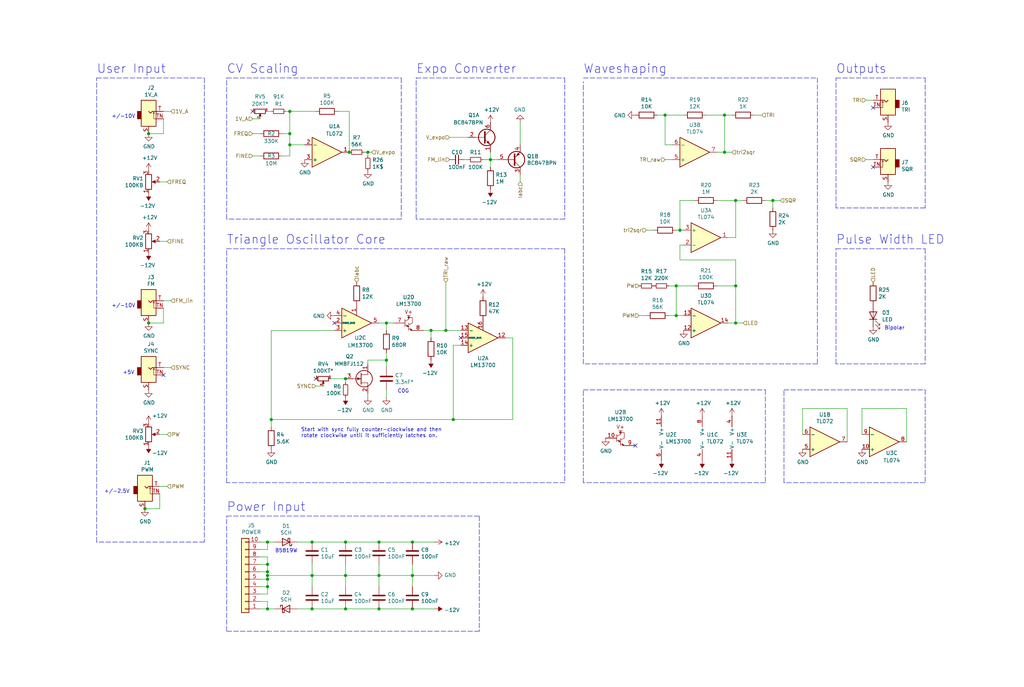
<source format=kicad_sch>
(kicad_sch (version 20211123) (generator eeschema)
  (paper "User" 350.012 235.001)
  (lib_symbols
    (symbol "Amplifier_Operational:TL072" (pin_names (offset 0.127))
      (property "Reference" "U" (at 0 5.08 0))
      (property "Value" "TL072" (at 0 -5.08 0))
      (symbol "TL072_1_1"
        (pin output line (at 7.62 0 180) (length 2.54) (name "~") (number "1"))
        (pin input line (at -7.62 -2.54 0) (length 2.54) (name "-") (number "2"))
        (pin input line (at -7.62 2.54 0) (length 2.54) (name "+") (number "3"))
      )
      (symbol "TL072_2_1"
        (pin input line (at -7.62 2.54 0) (length 2.54) (name "+") (number "5"))
        (pin input line (at -7.62 -2.54 0) (length 2.54) (name "-") (number "6"))
        (pin output line (at 7.62 0 180) (length 2.54) (name "~") (number "7"))
      )
      (symbol "TL072_3_1"
        (pin power_in line (at -2.54 -7.62 90) (length 3.81) (name "V-") (number "4"))
        (pin power_in line (at -2.54 7.62 270) (length 3.81) (name "V+") (number "8"))
      )
    )
    (symbol "Amplifier_Operational:TL074" (pin_names (offset 0.127))
      (property "Reference" "U" (at 0 5.08 0))
      (property "Value" "TL074" (at 0 -5.08 0))
      (symbol "TL074_1_1"
        (pin output line (at 7.62 0 180) (length 2.54) (name "~") (number "1"))
        (pin input line (at -7.62 -2.54 0) (length 2.54) (name "-") (number "2"))
        (pin input line (at -7.62 2.54 0) (length 2.54) (name "+") (number "3"))
      )
      (symbol "TL074_2_1"
        (pin input line (at -7.62 2.54 0) (length 2.54) (name "+") (number "5"))
        (pin input line (at -7.62 -2.54 0) (length 2.54) (name "-") (number "6"))
        (pin output line (at 7.62 0 180) (length 2.54) (name "~") (number "7"))
      )
      (symbol "TL074_3_1"
        (pin input line (at -7.62 2.54 0) (length 2.54) (name "+") (number "10"))
        (pin output line (at 7.62 0 180) (length 2.54) (name "~") (number "8"))
        (pin input line (at -7.62 -2.54 0) (length 2.54) (name "-") (number "9"))
      )
      (symbol "TL074_4_1"
        (pin input line (at -7.62 2.54 0) (length 2.54) (name "+") (number "12"))
        (pin input line (at -7.62 -2.54 0) (length 2.54) (name "-") (number "13"))
        (pin output line (at 7.62 0 180) (length 2.54) (name "~") (number "14"))
      )
      (symbol "TL074_5_1"
        (pin power_in line (at -2.54 -7.62 90) (length 3.81) (name "V-") (number "11"))
        (pin power_in line (at -2.54 7.62 270) (length 3.81) (name "V+") (number "4"))
      )
    )
    (symbol "Connector_Generic:Conn_01x10" (pin_names (offset 1.016) hide)
      (property "Reference" "J" (at 0 12.7 0))
      (property "Value" "Conn_01x10" (at 0 -15.24 0))
      (symbol "Conn_01x10_1_1"
        (pin passive line (at -5.08 10.16 0) (length 3.81) (name "Pin_1") (number "1"))
        (pin passive line (at -5.08 -12.7 0) (length 3.81) (name "Pin_10") (number "10"))
        (pin passive line (at -5.08 7.62 0) (length 3.81) (name "Pin_2") (number "2"))
        (pin passive line (at -5.08 5.08 0) (length 3.81) (name "Pin_3") (number "3"))
        (pin passive line (at -5.08 2.54 0) (length 3.81) (name "Pin_4") (number "4"))
        (pin passive line (at -5.08 0 0) (length 3.81) (name "Pin_5") (number "5"))
        (pin passive line (at -5.08 -2.54 0) (length 3.81) (name "Pin_6") (number "6"))
        (pin passive line (at -5.08 -5.08 0) (length 3.81) (name "Pin_7") (number "7"))
        (pin passive line (at -5.08 -7.62 0) (length 3.81) (name "Pin_8") (number "8"))
        (pin passive line (at -5.08 -10.16 0) (length 3.81) (name "Pin_9") (number "9"))
      )
    )
    (symbol "Device:C" (pin_numbers hide) (pin_names (offset 0.254))
      (property "Reference" "C" (at 0.635 2.54 0))
      (property "Value" "C" (at 0.635 -2.54 0))
      (symbol "C_1_1"
        (pin passive line (at 0 3.81 270) (length 2.794) (name "~") (number "1"))
        (pin passive line (at 0 -3.81 90) (length 2.794) (name "~") (number "2"))
      )
    )
    (symbol "Device:C_Small" (pin_numbers hide) (pin_names (offset 0.254) hide)
      (property "Reference" "C" (at 0.254 1.778 0))
      (property "Value" "C_Small" (at 0.254 -2.032 0))
      (symbol "C_Small_1_1"
        (pin passive line (at 0 2.54 270) (length 2.032) (name "~") (number "1"))
        (pin passive line (at 0 -2.54 90) (length 2.032) (name "~") (number "2"))
      )
    )
    (symbol "Device:D_Schottky" (pin_numbers hide) (pin_names (offset 1.016) hide)
      (property "Reference" "D" (at 0 2.54 0))
      (property "Value" "D_Schottky" (at 0 -2.54 0))
      (symbol "D_Schottky_1_1"
        (pin passive line (at -3.81 0 0) (length 2.54) (name "K") (number "1"))
        (pin passive line (at 3.81 0 180) (length 2.54) (name "A") (number "2"))
      )
    )
    (symbol "Device:LED" (pin_numbers hide) (pin_names (offset 1.016) hide)
      (property "Reference" "D" (at 0 2.54 0))
      (property "Value" "LED" (at 0 -2.54 0))
      (symbol "LED_1_1"
        (pin passive line (at -3.81 0 0) (length 2.54) (name "K") (number "1"))
        (pin passive line (at 3.81 0 180) (length 2.54) (name "A") (number "2"))
      )
    )
    (symbol "Device:Q_DUAL_NPN_PNP_E1B1C2E2B2C1" (pin_names (offset 0) hide)
      (property "Reference" "Q" (at 5.08 1.27 0))
      (property "Value" "Device_Q_DUAL_NPN_PNP_E1B1C2E2B2C1" (at 5.08 -1.27 0))
      (symbol "Q_DUAL_NPN_PNP_E1B1C2E2B2C1_1_1"
        (pin passive line (at 2.54 -5.08 90) (length 2.54) (name "E1") (number "1"))
        (pin input line (at -5.08 0 0) (length 2.54) (name "B1") (number "2"))
        (pin passive line (at 2.54 5.08 270) (length 2.54) (name "C1") (number "6"))
      )
      (symbol "Q_DUAL_NPN_PNP_E1B1C2E2B2C1_2_1"
        (pin passive line (at 2.54 5.08 270) (length 2.54) (name "C2") (number "3"))
        (pin passive line (at 2.54 -5.08 90) (length 2.54) (name "E2") (number "4"))
        (pin input line (at -5.08 0 0) (length 2.54) (name "B2") (number "5"))
      )
    )
    (symbol "Device:R" (pin_numbers hide) (pin_names (offset 0))
      (property "Reference" "R" (at 2.032 0 90))
      (property "Value" "R" (at 0 0 90))
      (symbol "R_1_1"
        (pin passive line (at 0 3.81 270) (length 1.27) (name "~") (number "1"))
        (pin passive line (at 0 -3.81 90) (length 1.27) (name "~") (number "2"))
      )
    )
    (symbol "Device:R_POT" (pin_names (offset 1.016) hide)
      (property "Reference" "RV" (at -4.445 0 90))
      (property "Value" "Device_R_POT" (at -2.54 0 90))
      (symbol "R_POT_1_1"
        (pin passive line (at 0 3.81 270) (length 1.27) (name "1") (number "1"))
        (pin passive line (at 3.81 0 180) (length 1.27) (name "2") (number "2"))
        (pin passive line (at 0 -3.81 90) (length 1.27) (name "3") (number "3"))
      )
    )
    (symbol "Device:R_POT_Small" (pin_names (offset 1.016) hide)
      (property "Reference" "RV" (at -4.445 0 90))
      (property "Value" "Device_R_POT_Small" (at -2.54 0 90))
      (symbol "R_POT_Small_1_1"
        (pin passive line (at 0 2.54 270) (length 0.635) (name "1") (number "1"))
        (pin passive line (at 2.54 0 180) (length 0.9906) (name "2") (number "2"))
        (pin passive line (at 0 -2.54 90) (length 0.635) (name "3") (number "3"))
      )
    )
    (symbol "Device:R_Small" (pin_numbers hide) (pin_names (offset 0.254) hide)
      (property "Reference" "R" (at 0.762 0.508 0))
      (property "Value" "R_Small" (at 0.762 -1.016 0))
      (symbol "R_Small_1_1"
        (pin passive line (at 0 2.54 270) (length 0.762) (name "~") (number "1"))
        (pin passive line (at 0 -2.54 90) (length 0.762) (name "~") (number "2"))
      )
    )
    (symbol "Transistor_FET:MMBFJ112" (pin_names hide)
      (property "Reference" "Q" (at 5.08 1.905 0))
      (property "Value" "MMBFJ112" (at 5.08 0 0))
      (symbol "MMBFJ112_1_1"
        (pin passive line (at 2.54 5.08 270) (length 2.54) (name "D") (number "1"))
        (pin passive line (at 2.54 -5.08 90) (length 2.54) (name "S") (number "2"))
        (pin input line (at -5.08 0 0) (length 2.54) (name "G") (number "3"))
      )
    )
    (symbol "power:+12V" (power) (pin_names (offset 0))
      (property "Value" "+12V" (at 0 3.556 0))
      (symbol "+12V_1_1"
        (pin power_in line (at 0 0 90) (length 0) hide (name "+12V") (number "1"))
      )
    )
    (symbol "power:-12V" (power) (pin_names (offset 0))
      (property "Value" "-12V" (at 0 3.81 0))
      (symbol "-12V_0_0"
        (pin power_in line (at 0 0 90) (length 0) hide (name "-12V") (number "1"))
      )
    )
    (symbol "power:GND" (power) (pin_names (offset 0))
      (property "Value" "GND" (at 0 -3.81 0))
      (symbol "GND_1_1"
        (pin power_in line (at 0 0 270) (length 0) hide (name "GND") (number "1"))
      )
    )
    (symbol "user-symbols:AudioJack2_PJ301M-12"
      (property "Reference" "J" (at 0 8.89 0))
      (property "Value" "AudioJack2_PJ301M-12" (at 0 6.35 0))
      (symbol "AudioJack2_PJ301M-12_1_1"
        (pin passive line (at 0 -7.62 90) (length 2.54) (name "~") (number "S"))
        (pin passive line (at 5.08 0 180) (length 2.54) (name "~") (number "T"))
        (pin passive line (at 5.08 -2.54 180) (length 2.54) (name "~") (number "TN"))
      )
    )
    (symbol "user-symbols:LM13700_Alt2" (pin_names (offset 0.127))
      (property "Reference" "U" (at 3.81 5.08 0))
      (property "Value" "LM13700_Alt2" (at 7.62 -5.08 0))
      (symbol "LM13700_Alt2_1_1"
        (pin output line (at 7.62 0 180) (length 2.54) (name "~") (number "12"))
        (pin input line (at -7.62 2.54 0) (length 2.54) (name "-") (number "13"))
        (pin input line (at -7.62 -2.54 0) (length 2.54) (name "+") (number "14"))
        (pin input line (at -7.62 0 0) (length 2.54) (name "DIODE_BIAS") (number "15"))
        (pin input line (at 0 6.35 270) (length 3.81) (name "~") (number "16"))
      )
      (symbol "LM13700_Alt2_2_1"
        (text "V+" (at -2.54 3.81 0) (effects (font (size 1.27 1.27))))
        (pin input line (at -7.62 0 0) (length 3.81) (name "~") (number "10"))
        (pin output line (at 2.54 -2.54 180) (length 3.81) (name "~") (number "9"))
      )
      (symbol "LM13700_Alt2_3_1"
        (pin input line (at 0 6.35 270) (length 3.81) (name "~") (number "1"))
        (pin input line (at -7.62 0 0) (length 2.54) (name "DIODE_BIAS") (number "2"))
        (pin input line (at -7.62 -2.54 0) (length 2.54) (name "+") (number "3"))
        (pin input line (at -7.62 2.54 0) (length 2.54) (name "-") (number "4"))
        (pin output line (at 7.62 0 180) (length 2.54) (name "~") (number "5"))
      )
      (symbol "LM13700_Alt2_4_0"
        (text "V+" (at -2.54 3.81 0) (effects (font (size 1.27 1.27))))
      )
      (symbol "LM13700_Alt2_4_1"
        (pin input line (at -7.62 0 0) (length 3.81) (name "~") (number "7"))
        (pin output line (at 2.54 -2.54 180) (length 3.81) (name "~") (number "8"))
      )
      (symbol "LM13700_Alt2_5_1"
        (pin power_in line (at -2.54 7.62 270) (length 3.81) (name "V+") (number "11"))
        (pin power_in line (at -2.54 -7.62 90) (length 3.81) (name "V-") (number "6"))
      )
    )
  )
  (junction (at 99.06 49.53))
  (junction (at 118.11 196.85))
  (junction (at 106.68 208.28))
  (junction (at 154.94 143.51))
  (junction (at 167.64 54.61))
  (junction (at 106.68 185.42))
  (junction (at 50.8 45.72))
  (junction (at 92.71 143.51))
  (junction (at 118.11 208.28))
  (junction (at 129.54 208.28))
  (junction (at 91.44 208.28))
  (junction (at 147.32 113.03))
  (junction (at 129.54 196.85))
  (junction (at 251.46 68.58))
  (junction (at 118.11 129.54))
  (junction (at 264.16 68.58))
  (junction (at 91.44 196.85))
  (junction (at 251.46 97.79))
  (junction (at 140.97 185.42))
  (junction (at 91.44 200.66))
  (junction (at 247.65 39.37))
  (junction (at 140.97 208.28))
  (junction (at 91.44 195.58))
  (junction (at 227.33 39.37))
  (junction (at 132.08 110.49))
  (junction (at 50.8 110.49))
  (junction (at 99.06 45.72))
  (junction (at 99.06 38.1))
  (junction (at 152.4 113.03))
  (junction (at 91.44 198.12))
  (junction (at 49.53 173.99))
  (junction (at 251.46 110.49))
  (junction (at 231.14 107.95))
  (junction (at 118.11 185.42))
  (junction (at 231.14 97.79))
  (junction (at 119.38 52.07))
  (junction (at 91.44 193.04))
  (junction (at 106.68 196.85))
  (junction (at 129.54 185.42))
  (junction (at 125.73 52.07))
  (junction (at 91.44 185.42))
  (junction (at 247.65 52.07))
  (junction (at 132.08 123.19))
  (junction (at 232.41 78.74))
  (junction (at 140.97 196.85))
  (no_connect (at 298.45 36.83))
  (no_connect (at 298.45 57.15))
  (no_connect (at 114.3 110.49))
  (no_connect (at 55.88 128.27))
  (no_connect (at 217.17 152.4))
  (no_connect (at 107.95 129.54))
  (no_connect (at 157.48 115.57))
  (no_connect (at 86.36 38.1))
  (wire (pts (xy 101.6 208.28) (xy 106.68 208.28)))
  (wire (pts (xy 227.33 39.37) (xy 233.68 39.37)))
  (wire (pts (xy 233.68 83.82) (xy 232.41 83.82)))
  (wire (pts (xy 99.06 49.53) (xy 99.06 53.34)))
  (wire (pts (xy 170.18 54.61) (xy 167.64 54.61)))
  (wire (pts (xy 132.08 123.19) (xy 132.08 120.65)))
  (polyline (pts (xy 163.83 176.53) (xy 163.83 215.9)))
  (wire (pts (xy 106.68 196.85) (xy 91.44 196.85)))
  (wire (pts (xy 231.14 107.95) (xy 231.14 97.79)))
  (wire (pts (xy 220.98 78.74) (xy 223.52 78.74)))
  (wire (pts (xy 172.72 115.57) (xy 175.26 115.57)))
  (polyline (pts (xy 316.23 26.67) (xy 316.23 71.12)))
  (wire (pts (xy 232.41 88.9) (xy 251.46 88.9)))
  (wire (pts (xy 91.44 196.85) (xy 91.44 195.58)))
  (wire (pts (xy 91.44 208.28) (xy 93.98 208.28)))
  (wire (pts (xy 229.87 54.61) (xy 227.33 54.61)))
  (polyline (pts (xy 261.62 165.1) (xy 199.39 165.1)))
  (polyline (pts (xy 285.75 71.12) (xy 285.75 26.67)))
  (wire (pts (xy 154.94 143.51) (xy 92.71 143.51)))
  (wire (pts (xy 140.97 196.85) (xy 129.54 196.85)))
  (wire (pts (xy 295.91 54.61) (xy 298.45 54.61)))
  (wire (pts (xy 232.41 83.82) (xy 232.41 88.9)))
  (wire (pts (xy 57.15 62.23) (xy 54.61 62.23)))
  (wire (pts (xy 140.97 185.42) (xy 148.59 185.42)))
  (polyline (pts (xy 267.97 165.1) (xy 267.97 133.35)))
  (wire (pts (xy 92.71 38.1) (xy 91.44 38.1)))
  (wire (pts (xy 88.9 203.2) (xy 91.44 203.2)))
  (wire (pts (xy 129.54 110.49) (xy 132.08 110.49)))
  (wire (pts (xy 294.64 139.7) (xy 309.88 139.7)))
  (wire (pts (xy 88.9 185.42) (xy 91.44 185.42)))
  (wire (pts (xy 125.73 123.19) (xy 132.08 123.19)))
  (polyline (pts (xy 199.39 133.35) (xy 261.62 133.35)))
  (polyline (pts (xy 279.4 124.46) (xy 199.39 124.46)))
  (wire (pts (xy 148.59 196.85) (xy 140.97 196.85)))
  (wire (pts (xy 165.1 54.61) (xy 167.64 54.61)))
  (polyline (pts (xy 267.97 133.35) (xy 316.23 133.35)))
  (wire (pts (xy 237.49 97.79) (xy 231.14 97.79)))
  (polyline (pts (xy 137.16 74.93) (xy 77.47 74.93)))
  (wire (pts (xy 91.44 187.96) (xy 91.44 185.42)))
  (polyline (pts (xy 285.75 26.67) (xy 316.23 26.67)))
  (polyline (pts (xy 77.47 215.9) (xy 77.47 176.53)))
  (wire (pts (xy 129.54 196.85) (xy 129.54 200.66)))
  (wire (pts (xy 237.49 68.58) (xy 232.41 68.58)))
  (wire (pts (xy 251.46 81.28) (xy 248.92 81.28)))
  (wire (pts (xy 110.49 132.08) (xy 107.95 132.08)))
  (wire (pts (xy 140.97 185.42) (xy 129.54 185.42)))
  (wire (pts (xy 154.94 118.11) (xy 154.94 143.51)))
  (wire (pts (xy 57.15 148.59) (xy 54.61 148.59)))
  (wire (pts (xy 129.54 208.28) (xy 140.97 208.28)))
  (wire (pts (xy 250.19 52.07) (xy 247.65 52.07)))
  (wire (pts (xy 264.16 71.12) (xy 264.16 68.58)))
  (wire (pts (xy 118.11 196.85) (xy 106.68 196.85)))
  (wire (pts (xy 140.97 196.85) (xy 140.97 200.66)))
  (wire (pts (xy 88.9 208.28) (xy 91.44 208.28)))
  (wire (pts (xy 58.42 102.87) (xy 55.88 102.87)))
  (polyline (pts (xy 77.47 176.53) (xy 163.83 176.53)))
  (wire (pts (xy 134.62 110.49) (xy 132.08 110.49)))
  (wire (pts (xy 132.08 110.49) (xy 132.08 113.03)))
  (wire (pts (xy 88.9 205.74) (xy 91.44 205.74)))
  (wire (pts (xy 118.11 185.42) (xy 129.54 185.42)))
  (wire (pts (xy 91.44 195.58) (xy 91.44 193.04)))
  (wire (pts (xy 101.6 185.42) (xy 106.68 185.42)))
  (polyline (pts (xy 77.47 85.09) (xy 193.04 85.09)))
  (wire (pts (xy 106.68 185.42) (xy 118.11 185.42)))
  (wire (pts (xy 106.68 196.85) (xy 106.68 200.66)))
  (wire (pts (xy 177.8 41.91) (xy 177.8 49.53)))
  (polyline (pts (xy 285.75 85.09) (xy 316.23 85.09)))
  (wire (pts (xy 54.61 168.91) (xy 54.61 173.99)))
  (wire (pts (xy 147.32 113.03) (xy 152.4 113.03)))
  (wire (pts (xy 274.32 139.7) (xy 274.32 148.59)))
  (wire (pts (xy 118.11 196.85) (xy 118.11 200.66)))
  (wire (pts (xy 119.38 52.07) (xy 119.38 38.1)))
  (wire (pts (xy 251.46 88.9) (xy 251.46 97.79)))
  (wire (pts (xy 289.56 139.7) (xy 274.32 139.7)))
  (polyline (pts (xy 142.24 74.93) (xy 142.24 26.67)))
  (wire (pts (xy 92.71 113.03) (xy 114.3 113.03)))
  (wire (pts (xy 140.97 193.04) (xy 140.97 196.85)))
  (wire (pts (xy 91.44 190.5) (xy 88.9 190.5)))
  (wire (pts (xy 250.19 39.37) (xy 247.65 39.37)))
  (wire (pts (xy 177.8 62.23) (xy 177.8 59.69)))
  (polyline (pts (xy 33.02 26.67) (xy 69.85 26.67)))
  (wire (pts (xy 104.14 49.53) (xy 99.06 49.53)))
  (wire (pts (xy 132.08 125.73) (xy 132.08 123.19)))
  (polyline (pts (xy 316.23 85.09) (xy 316.23 124.46)))
  (wire (pts (xy 309.88 139.7) (xy 309.88 151.13)))
  (wire (pts (xy 232.41 68.58) (xy 232.41 78.74)))
  (wire (pts (xy 91.44 203.2) (xy 91.44 200.66)))
  (wire (pts (xy 264.16 68.58) (xy 261.62 68.58)))
  (wire (pts (xy 57.15 166.37) (xy 54.61 166.37)))
  (wire (pts (xy 96.52 53.34) (xy 99.06 53.34)))
  (wire (pts (xy 88.9 200.66) (xy 91.44 200.66)))
  (wire (pts (xy 92.71 146.05) (xy 92.71 143.51)))
  (wire (pts (xy 55.88 45.72) (xy 50.8 45.72)))
  (wire (pts (xy 247.65 52.07) (xy 245.11 52.07)))
  (wire (pts (xy 86.36 53.34) (xy 88.9 53.34)))
  (wire (pts (xy 251.46 97.79) (xy 251.46 110.49)))
  (polyline (pts (xy 77.47 165.1) (xy 77.47 85.09)))
  (wire (pts (xy 232.41 78.74) (xy 233.68 78.74)))
  (wire (pts (xy 152.4 96.52) (xy 152.4 113.03)))
  (polyline (pts (xy 137.16 26.67) (xy 137.16 74.93)))
  (wire (pts (xy 227.33 49.53) (xy 227.33 39.37)))
  (wire (pts (xy 228.6 107.95) (xy 231.14 107.95)))
  (wire (pts (xy 125.73 135.89) (xy 125.73 134.62)))
  (wire (pts (xy 55.88 40.64) (xy 55.88 45.72)))
  (wire (pts (xy 241.3 39.37) (xy 247.65 39.37)))
  (polyline (pts (xy 316.23 71.12) (xy 285.75 71.12)))
  (wire (pts (xy 91.44 198.12) (xy 91.44 196.85)))
  (wire (pts (xy 245.11 68.58) (xy 251.46 68.58)))
  (wire (pts (xy 247.65 39.37) (xy 247.65 52.07)))
  (wire (pts (xy 58.42 38.1) (xy 55.88 38.1)))
  (polyline (pts (xy 199.39 124.46) (xy 199.39 27.94)))
  (wire (pts (xy 57.15 82.55) (xy 54.61 82.55)))
  (wire (pts (xy 88.9 193.04) (xy 91.44 193.04)))
  (wire (pts (xy 167.64 57.15) (xy 167.64 54.61)))
  (wire (pts (xy 251.46 68.58) (xy 251.46 81.28)))
  (wire (pts (xy 55.88 105.41) (xy 55.88 110.49)))
  (wire (pts (xy 91.44 205.74) (xy 91.44 208.28)))
  (polyline (pts (xy 199.39 26.67) (xy 279.4 26.67)))
  (wire (pts (xy 175.26 143.51) (xy 154.94 143.51)))
  (wire (pts (xy 147.32 113.03) (xy 144.78 113.03)))
  (wire (pts (xy 119.38 38.1) (xy 115.57 38.1)))
  (wire (pts (xy 88.9 187.96) (xy 91.44 187.96)))
  (wire (pts (xy 88.9 40.64) (xy 86.36 40.64)))
  (wire (pts (xy 127 52.07) (xy 125.73 52.07)))
  (polyline (pts (xy 193.04 26.67) (xy 193.04 74.93)))
  (polyline (pts (xy 69.85 185.42) (xy 33.02 185.42)))
  (wire (pts (xy 254 110.49) (xy 251.46 110.49)))
  (wire (pts (xy 266.7 68.58) (xy 264.16 68.58)))
  (polyline (pts (xy 199.39 165.1) (xy 199.39 133.35)))
  (wire (pts (xy 224.79 39.37) (xy 227.33 39.37)))
  (wire (pts (xy 113.03 129.54) (xy 118.11 129.54)))
  (wire (pts (xy 140.97 208.28) (xy 148.59 208.28)))
  (wire (pts (xy 260.35 39.37) (xy 257.81 39.37)))
  (polyline (pts (xy 77.47 26.67) (xy 137.16 26.67)))
  (polyline (pts (xy 261.62 133.35) (xy 261.62 165.1)))
  (wire (pts (xy 233.68 107.95) (xy 231.14 107.95)))
  (wire (pts (xy 125.73 124.46) (xy 125.73 123.19)))
  (wire (pts (xy 99.06 38.1) (xy 107.95 38.1)))
  (wire (pts (xy 88.9 198.12) (xy 91.44 198.12)))
  (wire (pts (xy 97.79 38.1) (xy 99.06 38.1)))
  (wire (pts (xy 289.56 139.7) (xy 289.56 151.13)))
  (wire (pts (xy 167.64 54.61) (xy 167.64 52.07)))
  (wire (pts (xy 245.11 97.79) (xy 251.46 97.79)))
  (wire (pts (xy 91.44 193.04) (xy 91.44 190.5)))
  (wire (pts (xy 129.54 193.04) (xy 129.54 196.85)))
  (polyline (pts (xy 316.23 133.35) (xy 316.23 165.1)))
  (polyline (pts (xy 33.02 185.42) (xy 33.02 26.67)))
  (polyline (pts (xy 77.47 74.93) (xy 77.47 26.67)))
  (wire (pts (xy 228.6 97.79) (xy 231.14 97.79)))
  (wire (pts (xy 58.42 125.73) (xy 55.88 125.73)))
  (polyline (pts (xy 316.23 165.1) (xy 267.97 165.1)))
  (wire (pts (xy 118.11 193.04) (xy 118.11 196.85)))
  (wire (pts (xy 99.06 38.1) (xy 99.06 45.72)))
  (polyline (pts (xy 279.4 26.67) (xy 279.4 124.46)))
  (wire (pts (xy 118.11 208.28) (xy 129.54 208.28)))
  (wire (pts (xy 294.64 148.59) (xy 294.64 139.7)))
  (wire (pts (xy 160.02 54.61) (xy 158.75 54.61)))
  (wire (pts (xy 254 68.58) (xy 251.46 68.58)))
  (wire (pts (xy 129.54 196.85) (xy 118.11 196.85)))
  (wire (pts (xy 229.87 49.53) (xy 227.33 49.53)))
  (polyline (pts (xy 193.04 74.93) (xy 142.24 74.93)))
  (wire (pts (xy 106.68 208.28) (xy 118.11 208.28)))
  (polyline (pts (xy 193.04 165.1) (xy 77.47 165.1)))
  (wire (pts (xy 218.44 107.95) (xy 220.98 107.95)))
  (polyline (pts (xy 163.83 215.9) (xy 77.47 215.9)))
  (wire (pts (xy 147.32 115.57) (xy 147.32 113.03)))
  (polyline (pts (xy 316.23 124.46) (xy 285.75 124.46)))
  (polyline (pts (xy 69.85 26.67) (xy 69.85 185.42)))
  (wire (pts (xy 99.06 45.72) (xy 99.06 49.53)))
  (wire (pts (xy 91.44 185.42) (xy 93.98 185.42)))
  (polyline (pts (xy 142.24 26.67) (xy 193.04 26.67)))
  (wire (pts (xy 251.46 110.49) (xy 248.92 110.49)))
  (wire (pts (xy 125.73 52.07) (xy 124.46 52.07)))
  (wire (pts (xy 231.14 78.74) (xy 232.41 78.74)))
  (wire (pts (xy 132.08 135.89) (xy 132.08 133.35)))
  (wire (pts (xy 152.4 113.03) (xy 157.48 113.03)))
  (polyline (pts (xy 193.04 85.09) (xy 193.04 165.1)))
  (wire (pts (xy 157.48 118.11) (xy 154.94 118.11)))
  (wire (pts (xy 175.26 115.57) (xy 175.26 143.51)))
  (wire (pts (xy 54.61 173.99) (xy 49.53 173.99)))
  (wire (pts (xy 86.36 45.72) (xy 88.9 45.72)))
  (wire (pts (xy 96.52 45.72) (xy 99.06 45.72)))
  (wire (pts (xy 118.11 130.81) (xy 118.11 129.54)))
  (wire (pts (xy 153.67 46.99) (xy 160.02 46.99)))
  (polyline (pts (xy 285.75 124.46) (xy 285.75 85.09)))
  (wire (pts (xy 295.91 34.29) (xy 298.45 34.29)))
  (wire (pts (xy 125.73 53.34) (xy 125.73 52.07)))
  (wire (pts (xy 106.68 193.04) (xy 106.68 196.85)))
  (wire (pts (xy 88.9 195.58) (xy 91.44 195.58)))
  (wire (pts (xy 92.71 143.51) (xy 92.71 113.03)))
  (wire (pts (xy 91.44 200.66) (xy 91.44 198.12)))
  (wire (pts (xy 55.88 110.49) (xy 50.8 110.49)))
  (text "Power Input" (at 77.47 175.26 0) (effects (font (size 2.9972 2.9972)) (justify left bottom)))
  (text "CV Scaling" (at 77.47 25.4 0) (effects (font (size 2.9972 2.9972)) (justify left bottom)))
  (text "+/-2.5V" (at 35.56 168.91 0) (effects (font (size 1.27 1.27)) (justify left bottom)))
  (text "+/-10V" (at 38.1 105.41 0) (effects (font (size 1.27 1.27)) (justify left bottom)))
  (text "Bipolar" (at 302.26 113.03 0) (effects (font (size 1.27 1.27)) (justify left bottom)))
  (text "Outputs" (at 285.75 25.4 0) (effects (font (size 2.9972 2.9972)) (justify left bottom)))
  (text "B5819W" (at 93.98 189.23 0) (effects (font (size 1.27 1.27)) (justify left bottom)))
  (text "Start with sync fully counter-clockwise and then\nrotate clockwise until it sufficiently latches on." (at 102.87 149.86 0) (effects (font (size 1.27 1.27)) (justify left bottom)))
  (text "Pulse Width LED" (at 285.75 83.82 0) (effects (font (size 2.9972 2.9972)) (justify left bottom)))
  (text "+/-10V" (at 38.1 40.64 0) (effects (font (size 1.27 1.27)) (justify left bottom)))
  (text "+5V" (at 41.91 128.27 0) (effects (font (size 1.27 1.27)) (justify left bottom)))
  (text "Expo Converter" (at 142.24 25.4 0) (effects (font (size 2.9972 2.9972)) (justify left bottom)))
  (text "C0G" (at 135.89 134.62 0) (effects (font (size 1.27 1.27)) (justify left bottom)))
  (text "Waveshaping" (at 199.39 25.4 0) (effects (font (size 2.9972 2.9972)) (justify left bottom)))
  (text "Triangle Oscillator Core" (at 77.47 83.82 0) (effects (font (size 2.9972 2.9972)) (justify left bottom)))
  (text "User Input" (at 33.02 25.4 0) (effects (font (size 2.9972 2.9972)) (justify left bottom)))
  (hierarchical_label "1V_A" (shape input) (at 86.36 40.64 180))
  (hierarchical_label "FM_lin" (shape input) (at 58.42 102.87 0))
  (hierarchical_label "LED" (shape input) (at 254 110.49 0))
  (hierarchical_label "Iabc" (shape input) (at 177.8 62.23 270))
  (hierarchical_label "TRI" (shape input) (at 295.91 34.29 180))
  (hierarchical_label "SQR" (shape input) (at 295.91 54.61 180))
  (hierarchical_label "LED" (shape input) (at 298.45 96.52 90))
  (hierarchical_label "V_expo" (shape input) (at 127 52.07 0))
  (hierarchical_label "TRI" (shape input) (at 260.35 39.37 0))
  (hierarchical_label "FM_lin" (shape input) (at 153.67 54.61 180))
  (hierarchical_label "PW" (shape input) (at 57.15 148.59 0))
  (hierarchical_label "PW" (shape input) (at 218.44 97.79 180))
  (hierarchical_label "tri2sqr" (shape input) (at 250.19 52.07 0))
  (hierarchical_label "SQR" (shape input) (at 266.7 68.58 0))
  (hierarchical_label "FREQ" (shape input) (at 86.36 45.72 180))
  (hierarchical_label "tri2sqr" (shape input) (at 220.98 78.74 180))
  (hierarchical_label "SYNC" (shape input) (at 107.95 132.08 180))
  (hierarchical_label "FREQ" (shape input) (at 57.15 62.23 0))
  (hierarchical_label "Iabc" (shape input) (at 121.92 96.52 90))
  (hierarchical_label "SYNC" (shape input) (at 58.42 125.73 0))
  (hierarchical_label "TRI_raw" (shape input) (at 152.4 96.52 90))
  (hierarchical_label "FINE" (shape input) (at 57.15 82.55 0))
  (hierarchical_label "V_expo" (shape input) (at 153.67 46.99 180))
  (hierarchical_label "PWM" (shape input) (at 57.15 166.37 0))
  (hierarchical_label "1V_A" (shape input) (at 58.42 38.1 0))
  (hierarchical_label "PWM" (shape input) (at 218.44 107.95 180))
  (hierarchical_label "FINE" (shape input) (at 86.36 53.34 180))
  (hierarchical_label "TRI_raw" (shape input) (at 227.33 54.61 180))
  (symbol (lib_id "Amplifier_Operational:TL072") (at 111.76 52.07 0) (mirror x) (unit 1)
    (property "Reference" "U1" (at 114.3 43.18 0))
    (property "Value" "TL072" (at 114.3 45.72 0))
    (property "Footprint" "Package_SO:SOIC-8_3.9x4.9mm_P1.27mm" (effects hide))
    (property "Datasheet" "http://www.ti.com/lit/ds/symlink/tl071.pdf" (effects hide))
  )
  (symbol (lib_id "power:GND") (at 104.14 54.61 0) (unit 1)
    (property "Reference" "#PWR0101" (effects hide))
    (property "Value" "GND" (at 104.267 59.0042 0))
  )
  (symbol (lib_id "Device:R_Small") (at 95.25 38.1 270) (unit 1)
    (property "Reference" "R1" (at 95.25 35.56 90))
    (property "Value" "91K" (at 95.25 33.02 90))
    (property "Footprint" "Resistor_SMD:R_0805_2012Metric" (effects hide))
  )
  (symbol (lib_id "Device:R") (at 92.71 45.72 270) (unit 1)
    (property "Reference" "R2" (at 92.71 45.72 90))
    (property "Value" "330K" (at 92.71 48.26 90))
    (property "Footprint" "Resistor_SMD:R_0805_2012Metric" (effects hide))
  )
  (symbol (lib_id "Device:R") (at 92.71 53.34 270) (unit 1)
    (property "Reference" "R3" (at 92.71 53.34 90))
    (property "Value" "10M" (at 92.71 55.88 90))
    (property "Footprint" "Resistor_SMD:R_0805_2012Metric" (effects hide))
  )
  (symbol (lib_id "power:GND") (at 125.73 58.42 0) (unit 1)
    (property "Reference" "#PWR0102" (effects hide))
    (property "Value" "GND" (at 125.857 62.8142 0))
  )
  (symbol (lib_id "Device:Q_DUAL_NPN_PNP_E1B1C2E2B2C1") (at 165.1 46.99 0) (unit 1)
    (property "Reference" "Q1" (at 160.02 39.37 0) (effects (justify left)))
    (property "Value" "BC847BPN" (at 154.94 41.91 0) (effects (justify left)))
    (property "Footprint" "Package_TO_SOT_SMD:SOT-363_SC-70-6" (effects hide))
  )
  (symbol (lib_id "Device:Q_DUAL_NPN_PNP_E1B1C2E2B2C1") (at 175.26 54.61 0) (mirror x) (unit 2)
    (property "Reference" "Q1" (at 180.1114 53.4416 0) (effects (justify left)))
    (property "Value" "BC847BPN" (at 180.1114 55.753 0) (effects (justify left)))
    (property "Footprint" "Package_TO_SOT_SMD:SOT-363_SC-70-6" (effects hide))
  )
  (symbol (lib_id "power:+12V") (at 167.64 41.91 0) (unit 1)
    (property "Reference" "#PWR0103" (effects hide))
    (property "Value" "+12V" (at 168.021 37.5158 0))
  )
  (symbol (lib_id "power:GND") (at 177.8 41.91 180) (unit 1)
    (property "Reference" "#PWR0104" (effects hide))
    (property "Value" "GND" (at 177.673 37.5158 0))
  )
  (symbol (lib_id "Device:R") (at 167.64 60.96 0) (unit 1)
    (property "Reference" "R13" (at 169.418 59.7916 0) (effects (justify left)))
    (property "Value" "1M" (at 169.418 62.103 0) (effects (justify left)))
    (property "Footprint" "Resistor_SMD:R_0805_2012Metric" (effects hide))
  )
  (symbol (lib_id "power:-12V") (at 167.64 64.77 180) (unit 1)
    (property "Reference" "#PWR0105" (effects hide))
    (property "Value" "-12V" (at 167.259 69.1642 0))
  )
  (symbol (lib_id "user-symbols:LM13700_Alt2") (at 165.1 115.57 0) (unit 1)
    (property "Reference" "U2" (at 165.1 122.555 0))
    (property "Value" "LM13700" (at 165.1 124.8664 0))
    (property "Footprint" "Package_SO:SOIC-16_3.9x9.9mm_P1.27mm" (effects hide))
  )
  (symbol (lib_id "user-symbols:LM13700_Alt2") (at 214.63 149.86 0) (unit 2)
    (property "Reference" "U2" (at 212.09 141.0208 0))
    (property "Value" "LM13700" (at 212.09 143.3322 0))
    (property "Footprint" "Package_SO:SOIC-16_3.9x9.9mm_P1.27mm" (effects hide))
  )
  (symbol (lib_id "user-symbols:LM13700_Alt2") (at 121.92 110.49 0) (unit 3)
    (property "Reference" "U2" (at 123.19 115.57 0))
    (property "Value" "LM13700" (at 123.19 118.11 0))
    (property "Footprint" "Package_SO:SOIC-16_3.9x9.9mm_P1.27mm" (effects hide))
  )
  (symbol (lib_id "user-symbols:LM13700_Alt2") (at 142.24 110.49 0) (unit 4)
    (property "Reference" "U2" (at 139.7 101.6508 0))
    (property "Value" "LM13700" (at 139.7 103.9622 0))
    (property "Footprint" "Package_SO:SOIC-16_3.9x9.9mm_P1.27mm" (effects hide))
  )
  (symbol (lib_id "user-symbols:LM13700_Alt2") (at 228.6 149.86 0) (unit 5)
    (property "Reference" "U2" (at 227.5332 148.6916 0) (effects (justify left)))
    (property "Value" "LM13700" (at 227.5332 151.003 0) (effects (justify left)))
    (property "Footprint" "Package_SO:SOIC-16_3.9x9.9mm_P1.27mm" (effects hide))
  )
  (symbol (lib_id "Device:R_Small") (at 162.56 54.61 90) (mirror x) (unit 1)
    (property "Reference" "R11" (at 162.56 52.07 90))
    (property "Value" "100K" (at 162.56 57.15 90))
    (property "Footprint" "Resistor_SMD:R_0805_2012Metric" (effects hide))
  )
  (symbol (lib_id "Device:C_Small") (at 156.21 54.61 270) (unit 1)
    (property "Reference" "C10" (at 156.21 52.07 90))
    (property "Value" "100nF" (at 156.21 57.15 90))
    (property "Footprint" "Capacitor_SMD:C_0805_2012Metric" (effects hide))
  )
  (symbol (lib_id "Amplifier_Operational:TL072") (at 281.94 151.13 0) (mirror x) (unit 2)
    (property "Reference" "U1" (at 281.94 141.8082 0))
    (property "Value" "TL072" (at 281.94 144.1196 0))
    (property "Footprint" "Package_SO:SOIC-8_3.9x4.9mm_P1.27mm" (effects hide))
    (property "Datasheet" "http://www.ti.com/lit/ds/symlink/tl071.pdf" (effects hide))
  )
  (symbol (lib_id "Amplifier_Operational:TL072") (at 242.57 149.86 0) (unit 3)
    (property "Reference" "U1" (at 241.5032 148.6916 0) (effects (justify left)))
    (property "Value" "TL072" (at 241.5032 151.003 0) (effects (justify left)))
    (property "Footprint" "Package_SO:SOIC-8_3.9x4.9mm_P1.27mm" (effects hide))
    (property "Datasheet" "http://www.ti.com/lit/ds/symlink/tl071.pdf" (effects hide))
  )
  (symbol (lib_id "power:+12V") (at 240.03 142.24 0) (unit 1)
    (property "Reference" "#PWR0106" (effects hide))
    (property "Value" "+12V" (at 240.411 137.8458 0))
  )
  (symbol (lib_id "power:-12V") (at 240.03 157.48 180) (unit 1)
    (property "Reference" "#PWR0107" (effects hide))
    (property "Value" "-12V" (at 239.649 161.8742 0))
  )
  (symbol (lib_id "Device:R") (at 121.92 100.33 0) (unit 1)
    (property "Reference" "R8" (at 123.698 99.1616 0) (effects (justify left)))
    (property "Value" "12K" (at 123.698 101.473 0) (effects (justify left)))
    (property "Footprint" "Resistor_SMD:R_0805_2012Metric" (effects hide))
  )
  (symbol (lib_id "power:-12V") (at 118.11 135.89 180) (unit 1)
    (property "Reference" "#PWR0137" (effects hide))
    (property "Value" "-12V" (at 117.729 140.2842 0))
  )
  (symbol (lib_id "Device:R") (at 132.08 116.84 0) (unit 1)
    (property "Reference" "R9" (at 133.858 115.6716 0) (effects (justify left)))
    (property "Value" "680R" (at 133.858 117.983 0) (effects (justify left)))
    (property "Footprint" "Resistor_SMD:R_0805_2012Metric" (effects hide))
  )
  (symbol (lib_id "Device:C") (at 132.08 129.54 0) (unit 1)
    (property "Reference" "C7" (at 135.001 128.3716 0) (effects (justify left)))
    (property "Value" "3.3nF*" (at 135.001 130.683 0) (effects (justify left)))
    (property "Footprint" "Capacitor_SMD:C_0805_2012Metric" (effects hide))
    (property "JLC #" " C76473 " (effects hide))
  )
  (symbol (lib_id "power:GND") (at 125.73 135.89 0) (unit 1)
    (property "Reference" "#PWR0108" (effects hide))
    (property "Value" "GND" (at 125.857 140.2842 0))
  )
  (symbol (lib_id "power:GND") (at 132.08 135.89 0) (unit 1)
    (property "Reference" "#PWR0109" (effects hide))
    (property "Value" "GND" (at 132.207 140.2842 0))
  )
  (symbol (lib_id "power:+12V") (at 250.19 142.24 0) (unit 1)
    (property "Reference" "#PWR0117" (effects hide))
    (property "Value" "+12V" (at 250.571 137.8458 0))
  )
  (symbol (lib_id "power:-12V") (at 250.19 157.48 180) (unit 1)
    (property "Reference" "#PWR0118" (effects hide))
    (property "Value" "-12V" (at 249.809 161.8742 0))
  )
  (symbol (lib_id "Device:R") (at 147.32 119.38 0) (unit 1)
    (property "Reference" "R10" (at 149.098 118.2116 0) (effects (justify left)))
    (property "Value" "10K" (at 149.098 120.523 0) (effects (justify left)))
    (property "Footprint" "Resistor_SMD:R_0805_2012Metric" (effects hide))
  )
  (symbol (lib_id "power:-12V") (at 147.32 123.19 180) (unit 1)
    (property "Reference" "#PWR0110" (effects hide))
    (property "Value" "-12V" (at 146.939 127.5842 0))
  )
  (symbol (lib_id "Device:R_POT_Small") (at 88.9 38.1 90) (mirror x) (unit 1)
    (property "Reference" "RV5" (at 88.9 33.02 90))
    (property "Value" "20KT*" (at 88.9 35.56 90))
    (property "Footprint" "user-footprints:TRIM_3296W_Alt" (effects hide))
  )
  (symbol (lib_id "Device:R_Small") (at 118.11 133.35 0) (mirror x) (unit 1)
    (property "Reference" "R6" (at 116.6368 132.1816 0) (effects (justify right)))
    (property "Value" "100K" (at 116.6368 134.493 0) (effects (justify right)))
    (property "Footprint" "Resistor_SMD:R_0805_2012Metric" (effects hide))
  )
  (symbol (lib_id "Device:R") (at 227.33 78.74 270) (unit 1)
    (property "Reference" "R18" (at 227.33 73.4822 90))
    (property "Value" "10K" (at 227.33 75.7936 90))
    (property "Footprint" "Resistor_SMD:R_0805_2012Metric" (effects hide))
  )
  (symbol (lib_id "Device:R") (at 241.3 68.58 270) (unit 1)
    (property "Reference" "R20" (at 241.3 63.3222 90))
    (property "Value" "1M" (at 241.3 65.6336 90))
    (property "Footprint" "Resistor_SMD:R_0805_2012Metric" (effects hide))
  )
  (symbol (lib_id "Device:R_POT_Small") (at 110.49 129.54 90) (mirror x) (unit 1)
    (property "Reference" "RV4" (at 110.49 124.5362 90))
    (property "Value" "100KT*" (at 110.49 126.8476 90))
    (property "Footprint" "user-footprints:TRIM_3296W_Alt" (effects hide))
  )
  (symbol (lib_id "Device:R") (at 111.76 38.1 270) (unit 1)
    (property "Reference" "R5" (at 111.76 32.8422 90))
    (property "Value" "100K" (at 111.76 35.1536 90))
    (property "Footprint" "Resistor_SMD:R_0805_2012Metric" (effects hide))
  )
  (symbol (lib_id "power:GND") (at 274.32 153.67 0) (unit 1)
    (property "Reference" "#PWR0138" (effects hide))
    (property "Value" "GND" (at 274.447 158.0642 0))
  )
  (symbol (lib_id "Device:R_Small") (at 121.92 52.07 270) (unit 1)
    (property "Reference" "R7" (at 121.92 47.0916 90))
    (property "Value" "56K" (at 121.92 49.403 90))
    (property "Footprint" "Resistor_SMD:R_0805_2012Metric" (effects hide))
  )
  (symbol (lib_id "Device:R") (at 241.3 97.79 270) (unit 1)
    (property "Reference" "R21" (at 241.3 92.5322 90))
    (property "Value" "100K" (at 241.3 94.8436 90))
    (property "Footprint" "Resistor_SMD:R_0805_2012Metric" (effects hide))
  )
  (symbol (lib_id "Device:R") (at 165.1 105.41 0) (unit 1)
    (property "Reference" "R12" (at 166.878 104.2416 0) (effects (justify left)))
    (property "Value" "47K" (at 166.878 106.553 0) (effects (justify left)))
    (property "Footprint" "Resistor_SMD:R_0805_2012Metric" (effects hide))
  )
  (symbol (lib_id "power:+12V") (at 165.1 101.6 0) (unit 1)
    (property "Reference" "#PWR0111" (effects hide))
    (property "Value" "+12V" (at 165.481 97.2058 0))
  )
  (symbol (lib_id "Device:R_Small") (at 125.73 55.88 180) (unit 1)
    (property "Reference" "R26" (at 127.2286 54.7116 0) (effects (justify right)))
    (property "Value" "1K$" (at 127.2286 57.023 0) (effects (justify right)))
    (property "Footprint" "user-footprints:Specialty_tempco_paradox" (effects hide))
  )
  (symbol (lib_id "Device:R") (at 257.81 68.58 270) (unit 1)
    (property "Reference" "R23" (at 257.81 63.3222 90))
    (property "Value" "2K" (at 257.81 65.6336 90))
    (property "Footprint" "Resistor_SMD:R_0805_2012Metric" (effects hide))
  )
  (symbol (lib_id "Device:R") (at 264.16 74.93 180) (unit 1)
    (property "Reference" "R24" (at 265.938 73.7616 0) (effects (justify right)))
    (property "Value" "2K" (at 265.938 76.073 0) (effects (justify right)))
    (property "Footprint" "Resistor_SMD:R_0805_2012Metric" (effects hide))
  )
  (symbol (lib_id "power:GND") (at 114.3 107.95 270) (unit 1)
    (property "Reference" "#PWR0112" (effects hide))
    (property "Value" "GND" (at 111.0488 108.077 90) (effects (justify right)))
  )
  (symbol (lib_id "Device:R") (at 92.71 149.86 0) (unit 1)
    (property "Reference" "R4" (at 94.488 148.6916 0) (effects (justify left)))
    (property "Value" "5.6K" (at 94.488 151.003 0) (effects (justify left)))
    (property "Footprint" "Resistor_SMD:R_0805_2012Metric" (effects hide))
  )
  (symbol (lib_id "Amplifier_Operational:TL074") (at 241.3 81.28 0) (unit 1)
    (property "Reference" "U3" (at 241.3 71.9582 0))
    (property "Value" "TL074" (at 241.3 74.2696 0))
    (property "Footprint" "Package_SO:SOIC-14_3.9x8.7mm_P1.27mm" (effects hide))
    (property "Datasheet" "http://www.ti.com/lit/ds/symlink/tl071.pdf" (effects hide))
  )
  (symbol (lib_id "Amplifier_Operational:TL074") (at 237.49 52.07 0) (mirror x) (unit 2)
    (property "Reference" "U3" (at 237.49 42.7482 0))
    (property "Value" "TL074" (at 237.49 45.0596 0))
    (property "Footprint" "Package_SO:SOIC-14_3.9x8.7mm_P1.27mm" (effects hide))
    (property "Datasheet" "http://www.ti.com/lit/ds/symlink/tl071.pdf" (effects hide))
  )
  (symbol (lib_id "Amplifier_Operational:TL074") (at 302.26 151.13 0) (mirror x) (unit 3)
    (property "Reference" "U3" (at 304.8 154.94 0))
    (property "Value" "TL074" (at 304.8 157.48 0))
    (property "Footprint" "Package_SO:SOIC-14_3.9x8.7mm_P1.27mm" (effects hide))
    (property "Datasheet" "http://www.ti.com/lit/ds/symlink/tl071.pdf" (effects hide))
  )
  (symbol (lib_id "power:GND") (at 92.71 153.67 0) (unit 1)
    (property "Reference" "#PWR0113" (effects hide))
    (property "Value" "GND" (at 92.837 158.0642 0))
  )
  (symbol (lib_id "Amplifier_Operational:TL074") (at 241.3 110.49 0) (mirror x) (unit 4)
    (property "Reference" "U3" (at 241.3 101.1682 0))
    (property "Value" "TL074" (at 241.3 103.4796 0))
    (property "Footprint" "Package_SO:SOIC-14_3.9x8.7mm_P1.27mm" (effects hide))
    (property "Datasheet" "http://www.ti.com/lit/ds/symlink/tl071.pdf" (effects hide))
  )
  (symbol (lib_id "Amplifier_Operational:TL074") (at 252.73 149.86 0) (unit 5)
    (property "Reference" "U3" (at 251.6632 148.6916 0) (effects (justify left)))
    (property "Value" "TL074" (at 251.6632 151.003 0) (effects (justify left)))
    (property "Footprint" "Package_SO:SOIC-14_3.9x8.7mm_P1.27mm" (effects hide))
    (property "Datasheet" "http://www.ti.com/lit/ds/symlink/tl071.pdf" (effects hide))
  )
  (symbol (lib_id "power:GND") (at 264.16 78.74 0) (unit 1)
    (property "Reference" "#PWR0119" (effects hide))
    (property "Value" "GND" (at 264.287 83.1342 0))
  )
  (symbol (lib_id "Device:R") (at 224.79 107.95 270) (unit 1)
    (property "Reference" "R16" (at 224.79 102.6922 90))
    (property "Value" "56K" (at 224.79 105.0036 90))
    (property "Footprint" "Resistor_SMD:R_0805_2012Metric" (effects hide))
  )
  (symbol (lib_id "power:+12V") (at 226.06 142.24 0) (unit 1)
    (property "Reference" "#PWR0114" (effects hide))
    (property "Value" "+12V" (at 226.441 137.8458 0))
  )
  (symbol (lib_id "power:-12V") (at 226.06 157.48 180) (unit 1)
    (property "Reference" "#PWR0115" (effects hide))
    (property "Value" "-12V" (at 225.679 161.8742 0))
  )
  (symbol (lib_id "power:GND") (at 233.68 113.03 0) (unit 1)
    (property "Reference" "#PWR0120" (effects hide))
    (property "Value" "GND" (at 233.807 117.4242 0))
  )
  (symbol (lib_id "power:GND") (at 294.64 153.67 0) (unit 1)
    (property "Reference" "#PWR0139" (effects hide))
    (property "Value" "GND" (at 294.767 158.0642 0))
  )
  (symbol (lib_id "Device:R_POT") (at 50.8 148.59 0) (mirror x) (unit 1)
    (property "Reference" "RV3" (at 49.0474 147.4216 0) (effects (justify right)))
    (property "Value" "100KB" (at 49.0474 149.733 0) (effects (justify right)))
    (property "Footprint" "user-footprints:POT_16mm_detailed" (effects hide))
  )
  (symbol (lib_id "power:-12V") (at 50.8 152.4 180) (unit 1)
    (property "Reference" "#PWR0121" (effects hide))
    (property "Value" "-12V" (at 54.61 154.94 0))
  )
  (symbol (lib_id "power:+12V") (at 50.8 144.78 0) (unit 1)
    (property "Reference" "#PWR0122" (effects hide))
    (property "Value" "+12V" (at 54.61 142.24 0))
  )
  (symbol (lib_id "Device:R_Small") (at 226.06 97.79 270) (unit 1)
    (property "Reference" "R17" (at 226.06 92.8116 90))
    (property "Value" "220K" (at 226.06 95.123 90))
    (property "Footprint" "Resistor_SMD:R_0805_2012Metric" (effects hide))
  )
  (symbol (lib_id "Device:R_Small") (at 220.98 97.79 270) (unit 1)
    (property "Reference" "R15" (at 220.98 92.8116 90))
    (property "Value" "12K" (at 220.98 95.123 90))
    (property "Footprint" "Resistor_SMD:R_0805_2012Metric" (effects hide))
  )
  (symbol (lib_id "Device:R") (at 237.49 39.37 270) (unit 1)
    (property "Reference" "R19" (at 237.49 34.1122 90))
    (property "Value" "12K" (at 237.49 36.4236 90))
    (property "Footprint" "Resistor_SMD:R_0805_2012Metric" (effects hide))
  )
  (symbol (lib_id "Device:R") (at 220.98 39.37 270) (unit 1)
    (property "Reference" "R14" (at 220.98 34.1122 90))
    (property "Value" "10K" (at 220.98 36.4236 90))
    (property "Footprint" "Resistor_SMD:R_0805_2012Metric" (effects hide))
  )
  (symbol (lib_id "power:GND") (at 217.17 39.37 270) (unit 1)
    (property "Reference" "#PWR0116" (effects hide))
    (property "Value" "GND" (at 213.9188 39.497 90) (effects (justify right)))
  )
  (symbol (lib_id "user-symbols:AudioJack2_PJ301M-12") (at 50.8 38.1 0) (unit 1)
    (property "Reference" "J2" (at 51.6128 30.0482 0))
    (property "Value" "1V_A" (at 51.6128 32.3596 0))
    (property "Footprint" "user-footprints:AudioJack_QuPing_Pushfit" (effects hide))
  )
  (symbol (lib_id "power:GND") (at 50.8 45.72 0) (unit 1)
    (property "Reference" "#PWR0123" (effects hide))
    (property "Value" "GND" (at 50.927 50.1142 0))
  )
  (symbol (lib_id "Device:R_POT") (at 50.8 62.23 0) (mirror x) (unit 1)
    (property "Reference" "RV1" (at 49.0474 61.0616 0) (effects (justify right)))
    (property "Value" "100KB" (at 49.0474 63.373 0) (effects (justify right)))
    (property "Footprint" "user-footprints:POT_16mm_detailed" (effects hide))
  )
  (symbol (lib_id "power:+12V") (at 50.8 58.42 0) (unit 1)
    (property "Reference" "#PWR0124" (effects hide))
    (property "Value" "+12V" (at 51.181 54.0258 0))
  )
  (symbol (lib_id "power:-12V") (at 50.8 66.04 180) (unit 1)
    (property "Reference" "#PWR0125" (effects hide))
    (property "Value" "-12V" (at 50.419 70.4342 0))
  )
  (symbol (lib_id "Device:R_POT") (at 50.8 82.55 0) (mirror x) (unit 1)
    (property "Reference" "RV2" (at 49.0474 81.3816 0) (effects (justify right)))
    (property "Value" "100KB" (at 49.0474 83.693 0) (effects (justify right)))
    (property "Footprint" "user-footprints:POT_16mm_detailed" (effects hide))
  )
  (symbol (lib_id "power:+12V") (at 50.8 78.74 0) (unit 1)
    (property "Reference" "#PWR0126" (effects hide))
    (property "Value" "+12V" (at 51.181 74.3458 0))
  )
  (symbol (lib_id "power:-12V") (at 50.8 86.36 180) (unit 1)
    (property "Reference" "#PWR0127" (effects hide))
    (property "Value" "-12V" (at 50.419 90.7542 0))
  )
  (symbol (lib_id "user-symbols:AudioJack2_PJ301M-12") (at 50.8 102.87 0) (unit 1)
    (property "Reference" "J3" (at 51.6128 94.8182 0))
    (property "Value" "FM" (at 51.6128 97.1296 0))
    (property "Footprint" "user-footprints:AudioJack_QuPing_Pushfit" (effects hide))
  )
  (symbol (lib_id "power:GND") (at 50.8 110.49 0) (unit 1)
    (property "Reference" "#PWR0128" (effects hide))
    (property "Value" "GND" (at 50.927 114.8842 0))
  )
  (symbol (lib_id "user-symbols:AudioJack2_PJ301M-12") (at 50.8 125.73 0) (unit 1)
    (property "Reference" "J4" (at 51.6128 117.6782 0))
    (property "Value" "SYNC" (at 51.6128 119.9896 0))
    (property "Footprint" "user-footprints:AudioJack_QuPing_Pushfit" (effects hide))
  )
  (symbol (lib_id "power:GND") (at 50.8 133.35 0) (unit 1)
    (property "Reference" "#PWR0129" (effects hide))
    (property "Value" "GND" (at 50.927 137.7442 0))
  )
  (symbol (lib_id "user-symbols:AudioJack2_PJ301M-12") (at 303.53 34.29 0) (mirror y) (unit 1)
    (property "Reference" "J6" (at 308.102 35.2044 0) (effects (justify right)))
    (property "Value" "TRI" (at 308.102 37.5158 0) (effects (justify right)))
    (property "Footprint" "user-footprints:AudioJack_QuPing_Pushfit" (effects hide))
  )
  (symbol (lib_id "power:GND") (at 303.53 41.91 0) (unit 1)
    (property "Reference" "#PWR0130" (effects hide))
    (property "Value" "GND" (at 303.657 46.3042 0))
  )
  (symbol (lib_id "Device:R") (at 254 39.37 270) (unit 1)
    (property "Reference" "R22" (at 254 34.1122 90))
    (property "Value" "1K" (at 254 36.4236 90))
    (property "Footprint" "Resistor_SMD:R_0805_2012Metric" (effects hide))
  )
  (symbol (lib_id "user-symbols:AudioJack2_PJ301M-12") (at 303.53 54.61 0) (mirror y) (unit 1)
    (property "Reference" "J7" (at 308.102 55.5244 0) (effects (justify right)))
    (property "Value" "SQR" (at 308.102 57.8358 0) (effects (justify right)))
    (property "Footprint" "user-footprints:AudioJack_QuPing_Pushfit" (effects hide))
  )
  (symbol (lib_id "power:GND") (at 303.53 62.23 0) (unit 1)
    (property "Reference" "#PWR0131" (effects hide))
    (property "Value" "GND" (at 303.657 66.6242 0))
  )
  (symbol (lib_id "user-symbols:AudioJack2_PJ301M-12") (at 49.53 166.37 0) (unit 1)
    (property "Reference" "J1" (at 50.3428 158.3182 0))
    (property "Value" "PWM" (at 50.3428 160.6296 0))
    (property "Footprint" "user-footprints:AudioJack_QuPing_Pushfit" (effects hide))
  )
  (symbol (lib_id "power:GND") (at 49.53 173.99 0) (unit 1)
    (property "Reference" "#PWR0132" (effects hide))
    (property "Value" "GND" (at 49.657 178.3842 0))
  )
  (symbol (lib_id "power:GND") (at 207.01 149.86 0) (unit 1)
    (property "Reference" "#PWR0140" (effects hide))
    (property "Value" "GND" (at 207.137 154.2542 0))
  )
  (symbol (lib_id "Connector_Generic:Conn_01x10") (at 83.82 198.12 180) (unit 1)
    (property "Reference" "J5" (at 85.9028 179.705 0))
    (property "Value" "POWER" (at 85.9028 182.0164 0))
    (property "Footprint" "user-footprints:VASCH5x2_unshrouded" (effects hide))
  )
  (symbol (lib_id "Device:D_Schottky") (at 97.79 185.42 180) (unit 1)
    (property "Reference" "D1" (at 97.79 179.9082 0))
    (property "Value" "SCH" (at 97.79 182.2196 0))
    (property "Footprint" "Diode_SMD:D_SOD-123" (effects hide))
    (property "JLC #" "C8598" (effects hide))
  )
  (symbol (lib_id "Device:D_Schottky") (at 97.79 208.28 0) (unit 1)
    (property "Reference" "D2" (at 97.79 202.7682 0))
    (property "Value" "SCH" (at 97.79 205.0796 0))
    (property "Footprint" "Diode_SMD:D_SOD-123" (effects hide))
    (property "JLC #" "C8598" (effects hide))
  )
  (symbol (lib_id "Device:C") (at 106.68 204.47 0) (unit 1)
    (property "Reference" "C2" (at 109.601 203.3016 0) (effects (justify left)))
    (property "Value" "10uF" (at 109.601 205.613 0) (effects (justify left)))
    (property "Footprint" "Capacitor_SMD:C_1206_3216Metric" (effects hide))
  )
  (symbol (lib_id "Device:C") (at 106.68 189.23 0) (unit 1)
    (property "Reference" "C1" (at 109.601 188.0616 0) (effects (justify left)))
    (property "Value" "10uF" (at 109.601 190.373 0) (effects (justify left)))
    (property "Footprint" "Capacitor_SMD:C_1206_3216Metric" (effects hide))
  )
  (symbol (lib_id "Device:C") (at 118.11 189.23 0) (unit 1)
    (property "Reference" "C3" (at 121.031 188.0616 0) (effects (justify left)))
    (property "Value" "100nF" (at 121.031 190.373 0) (effects (justify left)))
    (property "Footprint" "Capacitor_SMD:C_0805_2012Metric" (effects hide))
  )
  (symbol (lib_id "Device:C") (at 129.54 189.23 0) (unit 1)
    (property "Reference" "C5" (at 132.461 188.0616 0) (effects (justify left)))
    (property "Value" "100nF" (at 132.461 190.373 0) (effects (justify left)))
    (property "Footprint" "Capacitor_SMD:C_0805_2012Metric" (effects hide))
  )
  (symbol (lib_id "Device:C") (at 140.97 189.23 0) (unit 1)
    (property "Reference" "C8" (at 143.891 188.0616 0) (effects (justify left)))
    (property "Value" "100nF" (at 143.891 190.373 0) (effects (justify left)))
    (property "Footprint" "Capacitor_SMD:C_0805_2012Metric" (effects hide))
  )
  (symbol (lib_id "Device:C") (at 118.11 204.47 0) (unit 1)
    (property "Reference" "C4" (at 121.031 203.3016 0) (effects (justify left)))
    (property "Value" "100nF" (at 121.031 205.613 0) (effects (justify left)))
    (property "Footprint" "Capacitor_SMD:C_0805_2012Metric" (effects hide))
  )
  (symbol (lib_id "Device:C") (at 129.54 204.47 0) (unit 1)
    (property "Reference" "C6" (at 132.461 203.3016 0) (effects (justify left)))
    (property "Value" "100nF" (at 132.461 205.613 0) (effects (justify left)))
    (property "Footprint" "Capacitor_SMD:C_0805_2012Metric" (effects hide))
  )
  (symbol (lib_id "Device:C") (at 140.97 204.47 0) (unit 1)
    (property "Reference" "C9" (at 143.891 203.3016 0) (effects (justify left)))
    (property "Value" "100nF" (at 143.891 205.613 0) (effects (justify left)))
    (property "Footprint" "Capacitor_SMD:C_0805_2012Metric" (effects hide))
  )
  (symbol (lib_id "power:+12V") (at 148.59 185.42 270) (unit 1)
    (property "Reference" "#PWR0133" (effects hide))
    (property "Value" "+12V" (at 151.8412 185.801 90) (effects (justify left)))
  )
  (symbol (lib_id "power:-12V") (at 148.59 208.28 270) (unit 1)
    (property "Reference" "#PWR0134" (effects hide))
    (property "Value" "-12V" (at 151.8412 208.661 90) (effects (justify left)))
  )
  (symbol (lib_id "power:GND") (at 148.59 196.85 90) (unit 1)
    (property "Reference" "#PWR0135" (effects hide))
    (property "Value" "GND" (at 151.8412 196.723 90) (effects (justify right)))
  )
  (symbol (lib_id "Device:R") (at 298.45 100.33 180) (unit 1)
    (property "Reference" "R25" (at 300.228 99.1616 0) (effects (justify right)))
    (property "Value" "2K" (at 300.228 101.473 0) (effects (justify right)))
    (property "Footprint" "Resistor_SMD:R_0805_2012Metric" (effects hide))
  )
  (symbol (lib_id "Device:LED") (at 298.45 107.95 90) (unit 1)
    (property "Reference" "D3" (at 301.4472 106.9594 90) (effects (justify right)))
    (property "Value" "LED" (at 301.4472 109.2708 90) (effects (justify right)))
    (property "Footprint" "user-footprints:LED_3mm" (effects hide))
  )
  (symbol (lib_id "power:GND") (at 298.45 111.76 0) (unit 1)
    (property "Reference" "#PWR0136" (effects hide))
    (property "Value" "GND" (at 298.577 116.1542 0))
  )
  (symbol (lib_id "Transistor_FET:MMBFJ112") (at 123.19 129.54 0) (unit 1)
    (property "Reference" "Q2" (at 118.11 121.92 0) (effects (justify left)))
    (property "Value" "MMBFJ112" (at 114.3 124.46 0) (effects (justify left)))
    (property "Footprint" "Package_TO_SOT_SMD:SOT-23" (effects hide))
    (property "Datasheet" "https://www.onsemi.com/pub/Collateral/MMBFJ113-D.PDF" (effects hide))
  )
)
</source>
